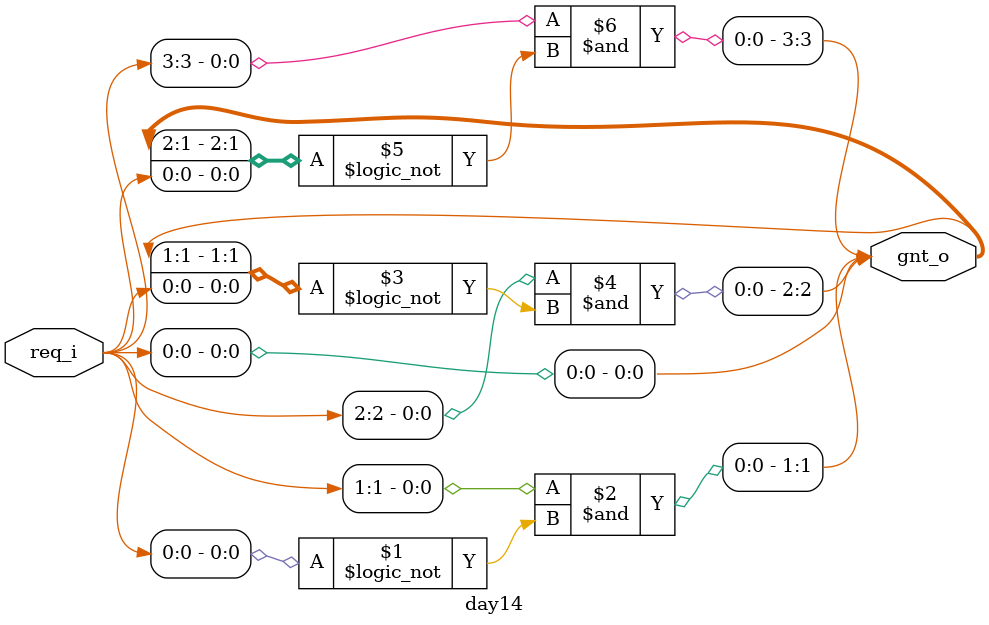
<source format=sv>


//Output should be produced in a single cycle
//Output must be one-hot
//The module should have the following interface:
//module day14 #(
  //parameter NUM_PORTS = 4
//)(
  //  input       wire[NUM_PORTS-1:0] req_i,
  //  output      wire[NUM_PORTS-1:0] gnt_o   // One-hot grant signal
//);

// Priority arbiter
// port[0] - highest priority
module day14 #(
  parameter NUM_PORTS = 4
)(
    input       wire[NUM_PORTS-1:0] req_i,
    output      wire[NUM_PORTS-1:0] gnt_o   // One-hot grant signal
);
  // Port[0] has highest priority
  assign gnt_o[0] = req_i[0];

  genvar i;
  for (i=1; i<NUM_PORTS; i=i+1) 
    begin
      assign gnt_o[i] = req_i[i] & (!gnt_o[i-1:0]);
    end

endmodule

</source>
